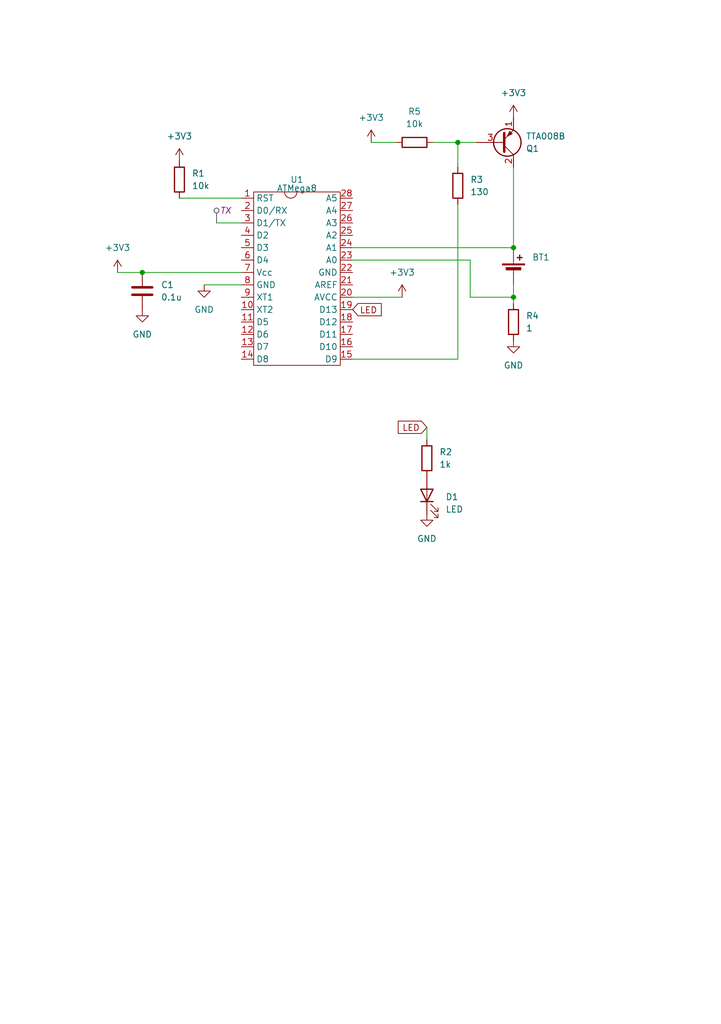
<source format=kicad_sch>
(kicad_sch (version 20231120) (generator "eeschema") (generator_version "8.0")
  (paper "A5" portrait)
  (lib_symbols
    (symbol "0Ore:ATmega328U_Duino"
      (property "Reference" "U1" (at 20.32 13.97 90))
      (symbol "ATmega328U_Duino_0_1"
        (arc (start -17.7799 11.4299) (mid -16.8819 11.8019) (end -16.5099 12.6999))
        (rectangle (start -17.78 22.86) (end 17.78 5.08))
        (arc (start -16.5099 12.7001) (mid -16.8819 13.5981) (end -17.7799 13.9701))
      )
      (symbol "ATmega328U_Duino_1_1"
        (pin input line (at -16.51 2.54 90) (length 2.54) (name "RST") (number "1"))
        (pin input line (at 6.35 2.54 90) (length 2.54) (name "XT2") (number "10"))
        (pin output line (at 8.89 2.54 90) (length 2.54) (name "D5") (number "11"))
        (pin output line (at 11.43 2.54 90) (length 2.54) (name "D6") (number "12"))
        (pin output line (at 13.97 2.54 90) (length 2.54) (name "D7") (number "13"))
        (pin output line (at 16.51 2.54 90) (length 2.54) (name "D8") (number "14"))
        (pin output line (at 16.51 25.4 270) (length 2.54) (name "D9") (number "15"))
        (pin output line (at 13.97 25.4 270) (length 2.54) (name "D10") (number "16"))
        (pin unspecified line (at 11.43 25.4 270) (length 2.54) (name "D11") (number "17"))
        (pin unspecified line (at 8.89 25.4 270) (length 2.54) (name "D12") (number "18"))
        (pin unspecified line (at 6.35 25.4 270) (length 2.54) (name "D13") (number "19"))
        (pin output line (at -13.97 2.54 90) (length 2.54) (name "D0/RX") (number "2"))
        (pin unspecified line (at 3.81 25.4 270) (length 2.54) (name "AVCC") (number "20"))
        (pin unspecified line (at 1.27 25.4 270) (length 2.54) (name "AREF") (number "21"))
        (pin unspecified line (at -1.27 25.4 270) (length 2.54) (name "GND") (number "22"))
        (pin unspecified line (at -3.81 25.4 270) (length 2.54) (name "A0") (number "23"))
        (pin unspecified line (at -6.35 25.4 270) (length 2.54) (name "A1") (number "24"))
        (pin unspecified line (at -8.89 25.4 270) (length 2.54) (name "A2") (number "25"))
        (pin unspecified line (at -11.43 25.4 270) (length 2.54) (name "A3") (number "26"))
        (pin unspecified line (at -13.97 25.4 270) (length 2.54) (name "A4") (number "27"))
        (pin unspecified line (at -16.51 25.4 270) (length 2.54) (name "A5") (number "28"))
        (pin output line (at -11.43 2.54 90) (length 2.54) (name "D1/TX") (number "3"))
        (pin output line (at -8.89 2.54 90) (length 2.54) (name "D2") (number "4"))
        (pin output line (at -6.35 2.54 90) (length 2.54) (name "D3") (number "5"))
        (pin output line (at -3.81 2.54 90) (length 2.54) (name "D4") (number "6"))
        (pin power_in line (at -1.27 2.54 90) (length 2.54) (name "Vcc") (number "7"))
        (pin power_out line (at 1.27 2.54 90) (length 2.54) (name "GND") (number "8"))
        (pin input line (at 3.81 2.54 90) (length 2.54) (name "XT1") (number "9"))
      )
    )
    (symbol "Device:Battery_Cell" (pin_numbers hide) (pin_names (offset 0) hide)
      (property "Reference" "BT" (at 2.54 2.54 0))
      (property "Value" "Battery_Cell" (at 2.54 0 0))
      (symbol "Battery_Cell_0_1"
        (rectangle (start -2.286 1.778) (end 2.286 1.524) (fill (type outline)))
        (rectangle (start -1.524 1.016) (end 1.524 0.508) (fill (type outline)))
        (polyline (pts (xy 0 0.762) (xy 0 0)))
        (polyline (pts (xy 0 1.778) (xy 0 2.54)))
        (polyline (pts (xy 0.762 3.048) (xy 1.778 3.048)) (stroke (width 0.254)))
        (polyline (pts (xy 1.27 3.556) (xy 1.27 2.54)) (stroke (width 0.254)))
      )
      (symbol "Battery_Cell_1_1"
        (pin passive line (at 0 5.08 270) (length 2.54) (name "+") (number "1"))
        (pin passive line (at 0 -2.54 90) (length 2.54) (name "-") (number "2"))
      )
    )
    (symbol "Device:C" (pin_numbers hide) (pin_names (offset 0.254))
      (property "Reference" "C" (at 0.635 2.54 0))
      (property "Value" "C" (at 0.635 -2.54 0))
      (symbol "C_0_1"
        (polyline (pts (xy -2.032 -0.762) (xy 2.032 -0.762)) (stroke (width 0.508)))
        (polyline (pts (xy -2.032 0.762) (xy 2.032 0.762)) (stroke (width 0.508)))
      )
      (symbol "C_1_1"
        (pin passive line (at 0 3.81 270) (length 2.794) (name "~") (number "1"))
        (pin passive line (at 0 -3.81 90) (length 2.794) (name "~") (number "2"))
      )
    )
    (symbol "Device:LED" (pin_numbers hide) (pin_names (offset 1.016) hide)
      (property "Reference" "D" (at 0 2.54 0))
      (property "Value" "LED" (at 0 -2.54 0))
      (symbol "LED_0_1"
        (polyline (pts (xy -1.27 -1.27) (xy -1.27 1.27)) (stroke (width 0.254)))
        (polyline (pts (xy -1.27 0) (xy 1.27 0)))
        (polyline (pts (xy 1.27 -1.27) (xy 1.27 1.27) (xy -1.27 0) (xy 1.27 -1.27)) (stroke (width 0.254)))
        (polyline (pts (xy -3.048 -0.762) (xy -4.572 -2.286) (xy -3.81 -2.286) (xy -4.572 -2.286) (xy -4.572 -1.524)))
        (polyline (pts (xy -1.778 -0.762) (xy -3.302 -2.286) (xy -2.54 -2.286) (xy -3.302 -2.286) (xy -3.302 -1.524)))
      )
      (symbol "LED_1_1"
        (pin passive line (at -3.81 0 0) (length 2.54) (name "K") (number "1"))
        (pin passive line (at 3.81 0 180) (length 2.54) (name "A") (number "2"))
      )
    )
    (symbol "Device:Q_PNP_ECB" (pin_names (offset 0) hide)
      (property "Reference" "Q" (at 5.08 1.27 0))
      (property "Value" "Q_PNP_ECB" (at 5.08 -1.27 0))
      (symbol "Q_PNP_ECB_0_1"
        (polyline (pts (xy 0.635 0.635) (xy 2.54 2.54)))
        (polyline (pts (xy 0.635 -0.635) (xy 2.54 -2.54) (xy 2.54 -2.54)))
        (polyline (pts (xy 0.635 1.905) (xy 0.635 -1.905) (xy 0.635 -1.905)) (stroke (width 0.508)))
        (polyline (pts (xy 2.286 -1.778) (xy 1.778 -2.286) (xy 1.27 -1.27) (xy 2.286 -1.778) (xy 2.286 -1.778)) (fill (type outline)))
        (circle (center 1.27 0) (radius 2.8194) (stroke (width 0.254)))
      )
      (symbol "Q_PNP_ECB_1_1"
        (pin passive line (at 2.54 -5.08 90) (length 2.54) (name "E") (number "1"))
        (pin passive line (at 2.54 5.08 270) (length 2.54) (name "C") (number "2"))
        (pin input line (at -5.08 0 0) (length 5.715) (name "B") (number "3"))
      )
    )
    (symbol "Device:R" (pin_numbers hide) (pin_names (offset 0))
      (property "Reference" "R" (at 2.032 0 90))
      (property "Value" "R" (at 0 0 90))
      (symbol "R_0_1"
        (rectangle (start -1.016 -2.54) (end 1.016 2.54) (stroke (width 0.254)))
      )
      (symbol "R_1_1"
        (pin passive line (at 0 3.81 270) (length 1.27) (name "~") (number "1"))
        (pin passive line (at 0 -3.81 90) (length 1.27) (name "~") (number "2"))
      )
    )
    (symbol "power:+3V3" (power) (pin_numbers hide) (pin_names (offset 0) hide)
      (property "Value" "+3V3" (at 0 3.556 0))
      (symbol "+3V3_0_1"
        (polyline (pts (xy -0.762 1.27) (xy 0 2.54)))
        (polyline (pts (xy 0 0) (xy 0 2.54)))
        (polyline (pts (xy 0 2.54) (xy 0.762 1.27)))
      )
      (symbol "+3V3_1_1"
        (pin power_in line (at 0 0 90) (length 0) (name "~") (number "1"))
      )
    )
    (symbol "power:GND" (power) (pin_numbers hide) (pin_names (offset 0) hide)
      (property "Value" "GND" (at 0 -3.81 0))
      (symbol "GND_0_1"
        (polyline (pts (xy 0 0) (xy 0 -1.27) (xy 1.27 -1.27) (xy 0 -2.54) (xy -1.27 -1.27) (xy 0 -1.27)))
      )
      (symbol "GND_1_1"
        (pin power_in line (at 0 0 270) (length 0) (name "~") (number "1"))
      )
    )
  )
  (junction (at 105.41 60.96))
  (junction (at 105.41 50.8))
  (junction (at 93.98 29.21))
  (junction (at 29.21 55.88))
  (wire (pts (xy 24.13 55.88) (xy 29.21 55.88)))
  (wire (pts (xy 93.98 41.91) (xy 93.98 73.66)))
  (wire (pts (xy 72.39 60.96) (xy 82.55 60.96)))
  (wire (pts (xy 105.41 62.23) (xy 105.41 60.96)))
  (wire (pts (xy 105.41 34.29) (xy 105.41 50.8)))
  (wire (pts (xy 93.98 29.21) (xy 93.98 34.29)))
  (wire (pts (xy 97.79 29.21) (xy 93.98 29.21)))
  (wire (pts (xy 72.39 53.34) (xy 96.52 53.34)))
  (wire (pts (xy 87.63 87.63) (xy 87.63 90.17)))
  (wire (pts (xy 93.98 73.66) (xy 72.39 73.66)))
  (wire (pts (xy 76.2 29.21) (xy 81.28 29.21)))
  (wire (pts (xy 41.91 58.42) (xy 49.53 58.42)))
  (wire (pts (xy 88.9 29.21) (xy 93.98 29.21)))
  (wire (pts (xy 96.52 60.96) (xy 105.41 60.96)))
  (wire (pts (xy 44.45 45.72) (xy 49.53 45.72)))
  (wire (pts (xy 105.41 50.8) (xy 72.39 50.8)))
  (wire (pts (xy 96.52 53.34) (xy 96.52 60.96)))
  (wire (pts (xy 29.21 55.88) (xy 49.53 55.88)))
  (wire (pts (xy 105.41 60.96) (xy 105.41 58.42)))
  (wire (pts (xy 36.83 40.64) (xy 49.53 40.64)))
  (global_label "LED" (shape input) (at 72.39 63.5 0) (property "Intersheetrefs" "${INTERSHEET_REFS}" (effects (hide yes))))
  (global_label "LED" (shape input) (at 87.63 87.63 180) (property "Intersheetrefs" "${INTERSHEET_REFS}" (effects (hide yes))))
  (netclass_flag "" (length 2.54) (shape round) (at 44.45 45.72 0) (property "Netclass" "TX" (at 45.1485 43.18 0) (effects (font (italic yes)) (justify left))))
  (symbol (lib_id "Device:Battery_Cell") (at 105.41 55.88 0) (unit 1)
    (property "Reference" "BT1" (at 109.22 52.7684 0) (effects (justify left)))
    (property "Value" "Battery_Cell" (effects (hide yes)))
    (property "Description" "Single-cell battery" (effects (hide yes)))
  )
  (symbol (lib_id "power:+3V3") (at 76.2 29.21 0) (unit 1)
    (property "Reference" "#PWR08" (effects (hide yes)))
    (property "Value" "+3V3" (at 76.2 24.13 0))
    (property "Description" "Power symbol creates a global label with name \"+3V3\"" (effects (hide yes)))
  )
  (symbol (lib_id "Device:R") (at 36.83 36.83 0) (unit 1)
    (property "Reference" "R1" (at 39.37 35.5599 0) (effects (justify left)))
    (property "Value" "10k" (at 39.37 38.0999 0) (effects (justify left)))
    (property "Description" "Resistor" (effects (hide yes)))
  )
  (symbol (lib_id "power:GND") (at 105.41 69.85 0) (unit 1)
    (property "Reference" "#PWR07" (effects (hide yes)))
    (property "Value" "GND" (at 105.41 74.93 0))
    (property "Description" "Power symbol creates a global label with name \"GND\" , ground" (effects (hide yes)))
  )
  (symbol (lib_id "0Ore:ATmega328U_Duino") (at 46.99 57.15 270) (unit 1)
    (property "Reference" "U1" (at 60.96 36.83 90))
    (property "Value" "ATMega8" (at 60.96 38.608 90))
  )
  (symbol (lib_id "power:GND") (at 87.63 105.41 0) (unit 1)
    (property "Reference" "#PWR06" (effects (hide yes)))
    (property "Value" "GND" (at 87.63 110.49 0))
    (property "Description" "Power symbol creates a global label with name \"GND\" , ground" (effects (hide yes)))
  )
  (symbol (lib_id "power:+3V3") (at 36.83 33.02 0) (unit 1)
    (property "Reference" "#PWR01" (effects (hide yes)))
    (property "Value" "+3V3" (at 36.83 27.94 0))
    (property "Description" "Power symbol creates a global label with name \"+3V3\"" (effects (hide yes)))
  )
  (symbol (lib_id "Device:LED") (at 87.63 101.6 90) (unit 1)
    (property "Reference" "D1" (at 91.44 101.9174 90) (effects (justify right)))
    (property "Value" "LED" (at 91.44 104.4574 90) (effects (justify right)))
    (property "Description" "Light emitting diode" (effects (hide yes)))
  )
  (symbol (lib_id "power:GND") (at 41.91 58.42 0) (unit 1)
    (property "Reference" "#PWR04" (effects (hide yes)))
    (property "Value" "GND" (at 41.91 63.5 0))
    (property "Description" "Power symbol creates a global label with name \"GND\" , ground" (effects (hide yes)))
  )
  (symbol (lib_id "Device:R") (at 87.63 93.98 0) (unit 1)
    (property "Reference" "R2" (at 90.17 92.7099 0) (effects (justify left)))
    (property "Value" "1k" (at 90.17 95.2499 0) (effects (justify left)))
    (property "Description" "Resistor" (effects (hide yes)))
  )
  (symbol (lib_id "Device:R") (at 85.09 29.21 90) (unit 1)
    (property "Reference" "R5" (at 85.09 22.86 90))
    (property "Value" "10k" (at 85.09 25.4 90))
    (property "Description" "Resistor" (effects (hide yes)))
  )
  (symbol (lib_id "power:+3V3") (at 24.13 55.88 0) (unit 1)
    (property "Reference" "#PWR02" (effects (hide yes)))
    (property "Value" "+3V3" (at 24.13 50.8 0))
    (property "Description" "Power symbol creates a global label with name \"+3V3\"" (effects (hide yes)))
  )
  (symbol (lib_id "Device:Q_PNP_ECB") (at 102.87 29.21 0) (mirror x) (unit 1)
    (property "Reference" "Q1" (at 107.95 30.4801 0) (effects (justify left)))
    (property "Value" "TTA008B" (at 107.95 27.9401 0) (effects (justify left)))
    (property "Description" "PNP transistor, emitter/collector/base" (effects (hide yes)))
  )
  (symbol (lib_id "Device:R") (at 105.41 66.04 0) (unit 1)
    (property "Reference" "R4" (at 107.95 64.7699 0) (effects (justify left)))
    (property "Value" "1" (at 107.95 67.3099 0) (effects (justify left)))
    (property "Description" "Resistor" (effects (hide yes)))
  )
  (symbol (lib_id "power:+3V3") (at 82.55 60.96 0) (unit 1)
    (property "Reference" "#PWR05" (effects (hide yes)))
    (property "Value" "+3V3" (at 82.55 55.88 0))
    (property "Description" "Power symbol creates a global label with name \"+3V3\"" (effects (hide yes)))
  )
  (symbol (lib_id "power:+3V3") (at 105.41 24.13 0) (unit 1)
    (property "Reference" "#PWR09" (effects (hide yes)))
    (property "Value" "+3V3" (at 105.41 19.05 0))
    (property "Description" "Power symbol creates a global label with name \"+3V3\"" (effects (hide yes)))
  )
  (symbol (lib_id "power:GND") (at 29.21 63.5 0) (unit 1)
    (property "Reference" "#PWR03" (effects (hide yes)))
    (property "Value" "GND" (at 29.21 68.58 0))
    (property "Description" "Power symbol creates a global label with name \"GND\" , ground" (effects (hide yes)))
  )
  (symbol (lib_id "Device:C") (at 29.21 59.69 0) (unit 1)
    (property "Reference" "C1" (at 33.02 58.4199 0) (effects (justify left)))
    (property "Value" "0.1u" (at 33.02 60.9599 0) (effects (justify left)))
    (property "Description" "Unpolarized capacitor" (effects (hide yes)))
  )
  (symbol (lib_id "Device:R") (at 93.98 38.1 0) (unit 1)
    (property "Reference" "R3" (at 96.52 36.8299 0) (effects (justify left)))
    (property "Value" "130" (at 96.52 39.3699 0) (effects (justify left)))
    (property "Description" "Resistor" (effects (hide yes)))
  )
)
</source>
